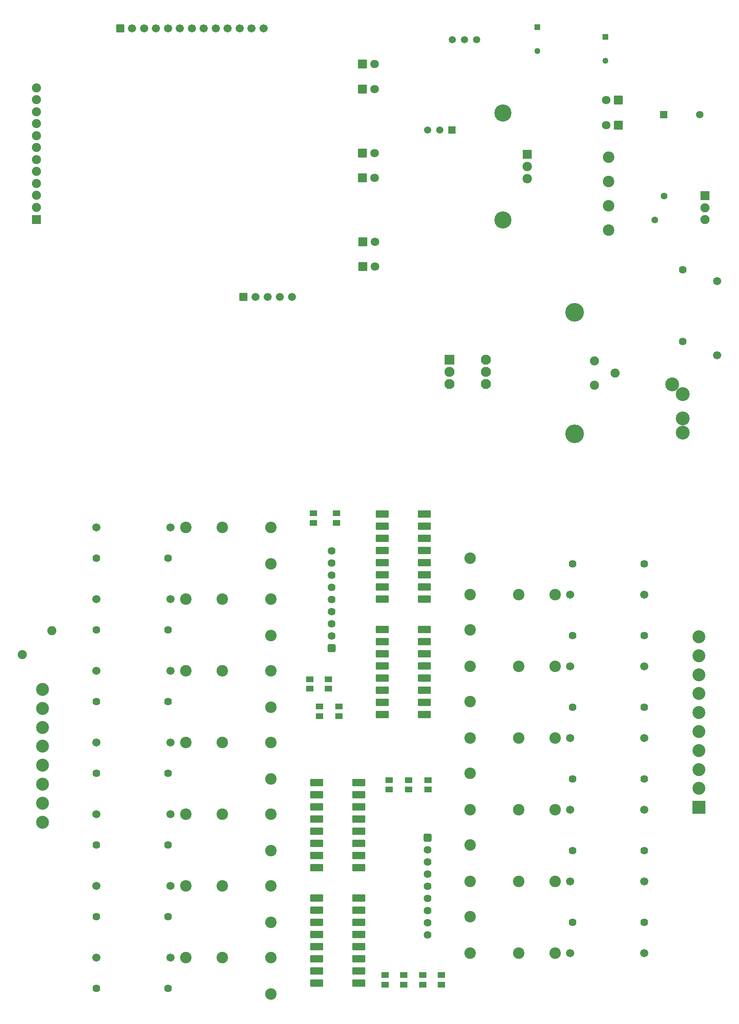
<source format=gbs>
G04 Layer: BottomSolderMaskLayer*
G04 EasyEDA Pro v2.1.49.573a4102.674264, 2024-03-15 18:46:32*
G04 Gerber Generator version 0.3*
G04 Scale: 100 percent, Rotated: No, Reflected: No*
G04 Dimensions in millimeters*
G04 Leading zeros omitted, absolute positions, 3 integers and 5 decimals*
%FSLAX35Y35*%
%MOMM*%
%AMRoundRect*1,1,$1,$2,$3*1,1,$1,$4,$5*1,1,$1,0-$2,0-$3*1,1,$1,0-$4,0-$5*20,1,$1,$2,$3,$4,$5,0*20,1,$1,$4,$5,0-$2,0-$3,0*20,1,$1,0-$2,0-$3,0-$4,0-$5,0*20,1,$1,0-$4,0-$5,$2,$3,0*4,1,4,$2,$3,$4,$5,0-$2,0-$3,0-$4,0-$5,$2,$3,0*%
%ADD10C,1.7016*%
%ADD11C,1.624*%
%ADD12RoundRect,0.40162X0.61199X0.61199X0.61199X-0.61199*%
%ADD13C,1.6256*%
%ADD14RoundRect,0.40162X-0.61199X-0.61199X-0.61199X0.61199*%
%ADD15C,2.4016*%
%ADD16RoundRect,0.09387X0.69237X0.57013X0.69237X-0.57013*%
%ADD17RoundRect,0.09387X-0.69237X-0.57013X-0.69237X0.57013*%
%ADD18C,2.90159*%
%ADD19C,1.6764*%
%ADD20RoundRect,0.09579X-0.7903X0.7903X0.7903X0.7903*%
%ADD21C,1.9016*%
%ADD22RoundRect,0.09588X0.80286X-0.80286X-0.80286X-0.80286*%
%ADD23C,1.90002*%
%ADD24RoundRect,0.09502X-0.9025X-0.9025X-0.9025X0.9025*%
%ADD25RoundRect,0.09645X0.90257X0.90257X0.90257X-0.90257*%
%ADD26C,1.438*%
%ADD27RoundRect,0.09618X-0.85271X0.85271X0.85271X0.85271*%
%ADD28C,1.8016*%
%ADD29C,2.69999*%
%ADD30R,2.7X2.7*%
%ADD31RoundRect,0.09525X-1.30317X-0.71437X-1.30317X0.71438*%
%ADD32RoundRect,0.09525X1.30317X0.71438X1.30317X-0.71437*%
%ADD33RoundRect,0.09691X-1.00234X1.00234X1.00234X1.00234*%
%ADD34C,2.1016*%
%ADD35C,3.89999*%
%ADD36R,1.98X1.98*%
%ADD37C,1.98*%
%ADD38R,1.575X1.575*%
%ADD39C,1.575*%
%ADD40R,1.275X1.275*%
%ADD41C,1.275*%
%ADD42C,1.5*%
%ADD43RoundRect,0.09618X0.85271X-0.85271X-0.85271X-0.85271*%
%ADD44R,1.508X1.508*%
%ADD45C,1.508*%
%ADD46C,3.58499*%
%ADD47C,2.902*%
G75*


G04 Pad Start*
G54D10*
G01X3315005Y-10934700D03*
G01X1764995Y-10934700D03*
G54D11*
G01X1764602Y-11582400D03*
G01X3264599Y-11582400D03*
G54D10*
G01X3315005Y-12433300D03*
G01X1764995Y-12433300D03*
G54D11*
G01X1764602Y-13081000D03*
G01X3264599Y-13081000D03*
G54D10*
G01X3315005Y-13931900D03*
G01X1764995Y-13931900D03*
G54D11*
G01X1764602Y-14579600D03*
G01X3264599Y-14579600D03*
G54D10*
G01X3315005Y-15430500D03*
G01X1764995Y-15430500D03*
G54D11*
G01X1764602Y-16078200D03*
G01X3264599Y-16078200D03*
G54D10*
G01X3315005Y-16929100D03*
G01X1764995Y-16929100D03*
G54D11*
G01X1764602Y-17576800D03*
G01X3264599Y-17576800D03*
G54D10*
G01X3315005Y-18427700D03*
G01X1764995Y-18427700D03*
G54D11*
G01X1764602Y-19075400D03*
G01X3264599Y-19075400D03*
G54D10*
G01X3315005Y-19926300D03*
G01X1764995Y-19926300D03*
G54D11*
G01X1764602Y-20574000D03*
G01X3264599Y-20574000D03*
G54D10*
G01X11670995Y-19837400D03*
G01X13221005Y-19837400D03*
G54D11*
G01X13221399Y-19189700D03*
G01X11721402Y-19189700D03*
G54D10*
G01X11670995Y-18338800D03*
G01X13221005Y-18338800D03*
G54D11*
G01X13221399Y-17691100D03*
G01X11721402Y-17691100D03*
G54D10*
G01X11670995Y-16840200D03*
G01X13221005Y-16840200D03*
G54D11*
G01X13221399Y-16192500D03*
G01X11721402Y-16192500D03*
G54D10*
G01X11670995Y-15341600D03*
G01X13221005Y-15341600D03*
G54D11*
G01X13221399Y-14693900D03*
G01X11721402Y-14693900D03*
G54D10*
G01X11670995Y-13843000D03*
G01X13221005Y-13843000D03*
G54D11*
G01X13221399Y-13195300D03*
G01X11721402Y-13195300D03*
G54D10*
G01X11670995Y-12344400D03*
G01X13221005Y-12344400D03*
G54D11*
G01X13221399Y-11696700D03*
G01X11721402Y-11696700D03*
G54D12*
G01X8686800Y-17424400D03*
G54D13*
G01X8686800Y-17678400D03*
G01X8686800Y-17932400D03*
G01X8686800Y-18186400D03*
G01X8686800Y-18440400D03*
G01X8686800Y-18694400D03*
G01X8686800Y-18948400D03*
G01X8686800Y-19202400D03*
G01X8686800Y-19456400D03*
G54D14*
G01X6680200Y-13462000D03*
G54D13*
G01X6680200Y-13208000D03*
G01X6680200Y-12954000D03*
G01X6680200Y-12700000D03*
G01X6680200Y-12446000D03*
G01X6680200Y-12192000D03*
G01X6680200Y-11938000D03*
G01X6680200Y-11684000D03*
G01X6680200Y-11430000D03*
G54D15*
G01X5410200Y-11696700D03*
G01X3632200Y-10934700D03*
G01X4394200Y-10934700D03*
G01X5410200Y-10934700D03*
G01X5410200Y-13195300D03*
G01X3632200Y-12433300D03*
G01X4394200Y-12433300D03*
G01X5410200Y-12433300D03*
G01X5410200Y-14693900D03*
G01X3632200Y-13931900D03*
G01X4394200Y-13931900D03*
G01X5410200Y-13931900D03*
G01X5410200Y-16192500D03*
G01X3632200Y-15430500D03*
G01X4394200Y-15430500D03*
G01X5410200Y-15430500D03*
G01X5410200Y-17691100D03*
G01X3632200Y-16929100D03*
G01X4394200Y-16929100D03*
G01X5410200Y-16929100D03*
G01X5410200Y-19189700D03*
G01X3632200Y-18427700D03*
G01X4394200Y-18427700D03*
G01X5410200Y-18427700D03*
G01X5410200Y-20688300D03*
G01X3632200Y-19926300D03*
G01X4394200Y-19926300D03*
G01X5410200Y-19926300D03*
G01X9575800Y-19075400D03*
G01X11353800Y-19837400D03*
G01X10591800Y-19837400D03*
G01X9575800Y-19837400D03*
G01X9575800Y-17576800D03*
G01X11353800Y-18338800D03*
G01X10591800Y-18338800D03*
G01X9575800Y-18338800D03*
G01X9575800Y-16078200D03*
G01X11353800Y-16840200D03*
G01X10591800Y-16840200D03*
G01X9575800Y-16840200D03*
G01X9575800Y-14579600D03*
G01X11353800Y-15341600D03*
G01X10591800Y-15341600D03*
G01X9575800Y-15341600D03*
G01X9575800Y-13081000D03*
G01X11353800Y-13843000D03*
G01X10591800Y-13843000D03*
G01X9575800Y-13843000D03*
G01X9575800Y-11582400D03*
G01X11353800Y-12344400D03*
G01X10591800Y-12344400D03*
G01X9575800Y-12344400D03*
G54D16*
G01X7797800Y-20496200D03*
G01X7797800Y-20296200D03*
G01X8191500Y-20496200D03*
G01X8191500Y-20296200D03*
G01X8585200Y-20496200D03*
G01X8585200Y-20296200D03*
G01X8978900Y-20496200D03*
G01X8978900Y-20296200D03*
G54D17*
G01X8699500Y-16219500D03*
G01X8699500Y-16419500D03*
G01X8293100Y-16219500D03*
G01X8293100Y-16419500D03*
G01X7886700Y-16219500D03*
G01X7886700Y-16419500D03*
G01X6781800Y-10644200D03*
G01X6781800Y-10844200D03*
G01X6299200Y-10644200D03*
G01X6299200Y-10844200D03*
G54D16*
G01X6223000Y-14311300D03*
G01X6223000Y-14111300D03*
G01X6426200Y-14882800D03*
G01X6426200Y-14682800D03*
G01X6616700Y-14311300D03*
G01X6616700Y-14111300D03*
G01X6832600Y-14882800D03*
G01X6832600Y-14682800D03*
G54D18*
G01X14020800Y-8661400D03*
G01X14020800Y-8153400D03*
G54D11*
G01X14020800Y-7049198D03*
G01X14020800Y-5549201D03*
G54D10*
G01X14744700Y-7340905D03*
G01X14744700Y-5790895D03*
G54D19*
G01X5854700Y-6121400D03*
G01X5600700Y-6121400D03*
G01X5346700Y-6121400D03*
G01X5092700Y-6121400D03*
G54D20*
G01X4838700Y-6121400D03*
G54D21*
G01X210693Y-13597699D03*
G01X830707Y-13097700D03*
G54D22*
G01X2259203Y-508005D03*
G54D10*
G01X2509190Y-508005D03*
G01X2759202Y-508005D03*
G01X3009214Y-508005D03*
G01X3259201Y-508005D03*
G01X3509213Y-508005D03*
G01X3759200Y-508005D03*
G01X4009212Y-508005D03*
G01X4259199Y-508005D03*
G01X4509211Y-508005D03*
G01X4759198Y-508005D03*
G01X5009210Y-508005D03*
G01X5259197Y-508005D03*
G54D23*
G01X508127Y-1749196D03*
G01X508000Y-2999207D03*
G01X507898Y-2749194D03*
G01X508051Y-2499208D03*
G01X508076Y-2249195D03*
G01X508102Y-1999209D03*
G01X508000Y-3249193D03*
G01X507975Y-3499206D03*
G01X507949Y-3749192D03*
G01X507924Y-3999154D03*
G01X507898Y-4249191D03*
G54D24*
G01X507873Y-4499204D03*
G54D15*
G01X12471400Y-3197403D03*
G01X12471400Y-3707409D03*
G01X12471400Y-4217391D03*
G01X12471400Y-4727397D03*
G54D25*
G01X14490700Y-4004500D03*
G54D21*
G01X14490700Y-4254513D03*
G01X14490700Y-4504499D03*
G54D26*
G01X13436600Y-4508500D03*
G01X13636600Y-4008501D03*
G54D27*
G01X7331530Y-5488573D03*
G54D28*
G01X7585530Y-5488573D03*
G54D27*
G01X7327900Y-3632200D03*
G54D28*
G01X7581900Y-3632200D03*
G54D27*
G01X7328865Y-1773258D03*
G54D28*
G01X7582865Y-1773258D03*
G54D29*
G01X635000Y-14325600D03*
G01X635000Y-14721599D03*
G01X635000Y-15117598D03*
G01X635000Y-15513598D03*
G01X635000Y-15909597D03*
G01X635000Y-16305596D03*
G01X635000Y-16701595D03*
G01X635000Y-17097594D03*
G54D30*
G01X14363700Y-16789400D03*
G54D29*
G01X14363700Y-16393401D03*
G01X14363700Y-15997402D03*
G01X14363700Y-15601402D03*
G01X14363700Y-15205403D03*
G01X14363700Y-14808200D03*
G01X14363700Y-14412201D03*
G01X14363700Y-14016202D03*
G01X14363700Y-13620202D03*
G01X14363700Y-13224203D03*
G54D31*
G01X6369202Y-20459700D03*
G01X6369202Y-20205700D03*
G01X6369202Y-19951700D03*
G01X6369202Y-19697700D03*
G01X6369202Y-19443700D03*
G01X6369202Y-19189700D03*
G01X6369202Y-18935700D03*
G01X6369202Y-18681700D03*
G01X7245198Y-18681700D03*
G01X7245198Y-18935700D03*
G01X7245198Y-19189700D03*
G01X7245198Y-19443700D03*
G01X7245198Y-19697700D03*
G01X7245198Y-19951700D03*
G01X7245198Y-20205700D03*
G01X7245198Y-20459700D03*
G01X6369202Y-18046700D03*
G01X6369202Y-17792700D03*
G01X6369202Y-17538700D03*
G01X6369202Y-17284700D03*
G01X6369202Y-17030700D03*
G01X6369202Y-16776700D03*
G01X6369202Y-16522700D03*
G01X6369202Y-16268700D03*
G01X7245198Y-16268700D03*
G01X7245198Y-16522700D03*
G01X7245198Y-16776700D03*
G01X7245198Y-17030700D03*
G01X7245198Y-17284700D03*
G01X7245198Y-17538700D03*
G01X7245198Y-17792700D03*
G01X7245198Y-18046700D03*
G54D32*
G01X8616798Y-10655300D03*
G01X8616798Y-10909300D03*
G01X8616798Y-11163300D03*
G01X8616798Y-11417300D03*
G01X8616798Y-11671300D03*
G01X8616798Y-11925300D03*
G01X8616798Y-12179300D03*
G01X8616798Y-12433300D03*
G01X7740802Y-12433300D03*
G01X7740802Y-12179300D03*
G01X7740802Y-11925300D03*
G01X7740802Y-11671300D03*
G01X7740802Y-11417300D03*
G01X7740802Y-11163300D03*
G01X7740802Y-10909300D03*
G01X7740802Y-10655300D03*
G01X8616798Y-13068300D03*
G01X8616798Y-13322300D03*
G01X8616798Y-13576300D03*
G01X8616798Y-13830300D03*
G01X8616798Y-14084300D03*
G01X8616798Y-14338300D03*
G01X8616798Y-14592300D03*
G01X8616798Y-14846300D03*
G01X7740802Y-14846300D03*
G01X7740802Y-14592300D03*
G01X7740802Y-14338300D03*
G01X7740802Y-14084300D03*
G01X7740802Y-13830300D03*
G01X7740802Y-13576300D03*
G01X7740802Y-13322300D03*
G01X7740802Y-13068300D03*
G54D33*
G01X9144000Y-7429500D03*
G54D34*
G01X9144000Y-7683500D03*
G01X9144000Y-7937500D03*
G01X9906000Y-7937500D03*
G01X9906000Y-7683500D03*
G01X9906000Y-7429500D03*
G54D35*
G01X11760200Y-6438900D03*
G01X11760200Y-8978895D03*
G54D27*
G01X7331530Y-4967873D03*
G54D28*
G01X7585530Y-4967873D03*
G54D27*
G01X7327900Y-3111500D03*
G54D28*
G01X7581900Y-3111500D03*
G54D36*
G01X10769600Y-3136900D03*
G54D37*
G01X10769600Y-3391899D03*
G01X10769600Y-3646899D03*
G54D27*
G01X7328865Y-1252558D03*
G54D28*
G01X7582865Y-1252558D03*
G54D38*
G01X13627100Y-2311400D03*
G54D39*
G01X14377099Y-2311400D03*
G54D40*
G01X10985500Y-482600D03*
G54D41*
G01X10985500Y-982599D03*
G54D42*
G01X9716464Y-744058D03*
G01X9462465Y-744058D03*
G01X9208465Y-744058D03*
G54D43*
G01X12674600Y-2006600D03*
G54D28*
G01X12420600Y-2006600D03*
G54D43*
G01X12674600Y-2527300D03*
G54D28*
G01X12420600Y-2527300D03*
G54D44*
G01X9195540Y-2634559D03*
G54D45*
G01X8941541Y-2634559D03*
G01X8687541Y-2634559D03*
G54D40*
G01X12407900Y-685800D03*
G54D41*
G01X12407900Y-1185799D03*
G54D46*
G01X10261600Y-4508500D03*
G01X10261600Y-2272504D03*
G54D21*
G01X12611100Y-7708900D03*
G01X12179795Y-7454887D03*
G01X12178805Y-7962913D03*
G04 Pad End*

G04 Via Start*
G54D47*
G01X13804900Y-7950200D03*
G01X14020800Y-8953500D03*
G04 Via End*

M02*

</source>
